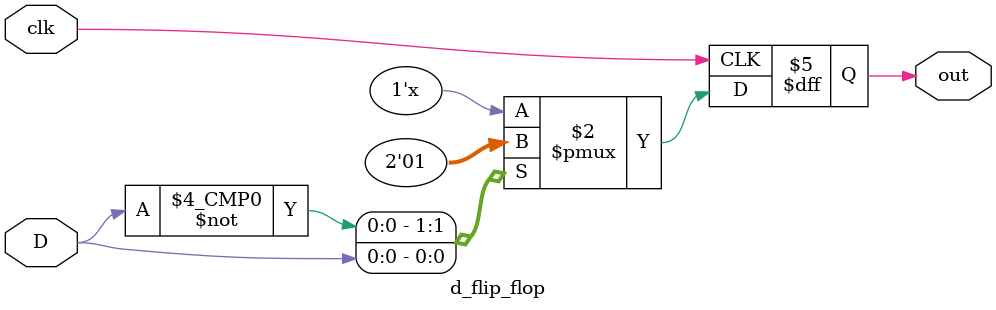
<source format=v>
`timescale 1ns / 1ps


module d_flip_flop(input D,input clk,output reg out);
    always@(posedge clk)begin
        case(D)
            1'b0:out=0;
            1'b1:out=1;
            default:out=out;
            endcase
     end
endmodule

</source>
